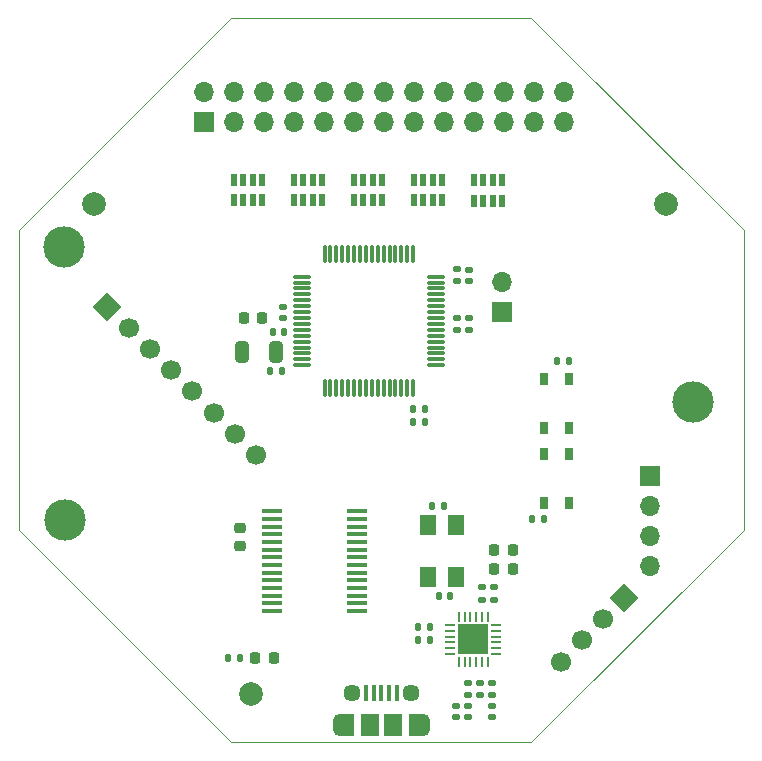
<source format=gbr>
%TF.GenerationSoftware,KiCad,Pcbnew,7.0.1*%
%TF.CreationDate,2023-03-27T16:49:48-04:00*%
%TF.ProjectId,cyton wired,6379746f-6e20-4776-9972-65642e6b6963,rev?*%
%TF.SameCoordinates,Original*%
%TF.FileFunction,Soldermask,Top*%
%TF.FilePolarity,Negative*%
%FSLAX46Y46*%
G04 Gerber Fmt 4.6, Leading zero omitted, Abs format (unit mm)*
G04 Created by KiCad (PCBNEW 7.0.1) date 2023-03-27 16:49:48*
%MOMM*%
%LPD*%
G01*
G04 APERTURE LIST*
G04 Aperture macros list*
%AMRoundRect*
0 Rectangle with rounded corners*
0 $1 Rounding radius*
0 $2 $3 $4 $5 $6 $7 $8 $9 X,Y pos of 4 corners*
0 Add a 4 corners polygon primitive as box body*
4,1,4,$2,$3,$4,$5,$6,$7,$8,$9,$2,$3,0*
0 Add four circle primitives for the rounded corners*
1,1,$1+$1,$2,$3*
1,1,$1+$1,$4,$5*
1,1,$1+$1,$6,$7*
1,1,$1+$1,$8,$9*
0 Add four rect primitives between the rounded corners*
20,1,$1+$1,$2,$3,$4,$5,0*
20,1,$1+$1,$4,$5,$6,$7,0*
20,1,$1+$1,$6,$7,$8,$9,0*
20,1,$1+$1,$8,$9,$2,$3,0*%
%AMHorizOval*
0 Thick line with rounded ends*
0 $1 width*
0 $2 $3 position (X,Y) of the first rounded end (center of the circle)*
0 $4 $5 position (X,Y) of the second rounded end (center of the circle)*
0 Add line between two ends*
20,1,$1,$2,$3,$4,$5,0*
0 Add two circle primitives to create the rounded ends*
1,1,$1,$2,$3*
1,1,$1,$4,$5*%
%AMRotRect*
0 Rectangle, with rotation*
0 The origin of the aperture is its center*
0 $1 length*
0 $2 width*
0 $3 Rotation angle, in degrees counterclockwise*
0 Add horizontal line*
21,1,$1,$2,0,0,$3*%
G04 Aperture macros list end*
%ADD10C,3.500000*%
%ADD11RoundRect,0.225000X0.225000X0.250000X-0.225000X0.250000X-0.225000X-0.250000X0.225000X-0.250000X0*%
%ADD12R,0.650000X1.050000*%
%ADD13RoundRect,0.218750X-0.218750X-0.256250X0.218750X-0.256250X0.218750X0.256250X-0.218750X0.256250X0*%
%ADD14RoundRect,0.037100X-0.227900X0.447900X-0.227900X-0.447900X0.227900X-0.447900X0.227900X0.447900X0*%
%ADD15RoundRect,0.037100X0.227900X-0.447900X0.227900X0.447900X-0.227900X0.447900X-0.227900X-0.447900X0*%
%ADD16RoundRect,0.147500X0.172500X-0.147500X0.172500X0.147500X-0.172500X0.147500X-0.172500X-0.147500X0*%
%ADD17RoundRect,0.135000X-0.135000X-0.185000X0.135000X-0.185000X0.135000X0.185000X-0.135000X0.185000X0*%
%ADD18RoundRect,0.140000X0.170000X-0.140000X0.170000X0.140000X-0.170000X0.140000X-0.170000X-0.140000X0*%
%ADD19RoundRect,0.140000X-0.170000X0.140000X-0.170000X-0.140000X0.170000X-0.140000X0.170000X0.140000X0*%
%ADD20C,2.000000*%
%ADD21RoundRect,0.135000X-0.185000X0.135000X-0.185000X-0.135000X0.185000X-0.135000X0.185000X0.135000X0*%
%ADD22R,1.400000X1.800000*%
%ADD23RoundRect,0.135000X0.185000X-0.135000X0.185000X0.135000X-0.185000X0.135000X-0.185000X-0.135000X0*%
%ADD24RoundRect,0.140000X-0.140000X-0.170000X0.140000X-0.170000X0.140000X0.170000X-0.140000X0.170000X0*%
%ADD25RotRect,1.700000X1.700000X315.000000*%
%ADD26HorizOval,1.700000X0.000000X0.000000X0.000000X0.000000X0*%
%ADD27RoundRect,0.225000X0.250000X-0.225000X0.250000X0.225000X-0.250000X0.225000X-0.250000X-0.225000X0*%
%ADD28RoundRect,0.062500X0.062500X-0.350000X0.062500X0.350000X-0.062500X0.350000X-0.062500X-0.350000X0*%
%ADD29RoundRect,0.062500X0.350000X-0.062500X0.350000X0.062500X-0.350000X0.062500X-0.350000X-0.062500X0*%
%ADD30R,2.600000X2.600000*%
%ADD31R,1.700000X1.700000*%
%ADD32O,1.700000X1.700000*%
%ADD33R,0.400000X1.350000*%
%ADD34O,1.200000X1.900000*%
%ADD35R,1.200000X1.900000*%
%ADD36C,1.450000*%
%ADD37R,1.500000X1.900000*%
%ADD38RoundRect,0.135000X0.135000X0.185000X-0.135000X0.185000X-0.135000X-0.185000X0.135000X-0.185000X0*%
%ADD39RoundRect,0.075000X-0.075000X0.662500X-0.075000X-0.662500X0.075000X-0.662500X0.075000X0.662500X0*%
%ADD40RoundRect,0.075000X-0.662500X0.075000X-0.662500X-0.075000X0.662500X-0.075000X0.662500X0.075000X0*%
%ADD41R,1.750000X0.450000*%
%ADD42RoundRect,0.147500X-0.172500X0.147500X-0.172500X-0.147500X0.172500X-0.147500X0.172500X0.147500X0*%
%ADD43RotRect,1.700000X1.700000X45.000000*%
%ADD44HorizOval,1.700000X0.000000X0.000000X0.000000X0.000000X0*%
%ADD45RoundRect,0.250000X-0.325000X-0.650000X0.325000X-0.650000X0.325000X0.650000X-0.325000X0.650000X0*%
%ADD46RoundRect,0.140000X0.140000X0.170000X-0.140000X0.170000X-0.140000X-0.170000X0.140000X-0.170000X0*%
%TA.AperFunction,Profile*%
%ADD47C,0.101600*%
%TD*%
G04 APERTURE END LIST*
D10*
%TO.C,REF\u002A\u002A*%
X166039800Y-108737400D03*
%TD*%
%TO.C,REF\u002A\u002A*%
X112877600Y-118719600D03*
%TD*%
%TO.C,REF\u002A\u002A*%
X112852200Y-95605600D03*
%TD*%
D11*
%TO.C,C13*%
X129603800Y-101625400D03*
X128053800Y-101625400D03*
%TD*%
D12*
%TO.C,SW1*%
X153466800Y-110921800D03*
X153466800Y-106771800D03*
X155616800Y-110921800D03*
X155616800Y-106771800D03*
%TD*%
D13*
%TO.C,D11*%
X149250200Y-122859800D03*
X150825200Y-122859800D03*
%TD*%
D14*
%TO.C,R2*%
X134683200Y-89916000D03*
X133883200Y-89916000D03*
X133083200Y-89916000D03*
X132283200Y-89916000D03*
D15*
X132283200Y-91666000D03*
X133083200Y-91666000D03*
X133883200Y-91666000D03*
X134683200Y-91666000D03*
%TD*%
D16*
%TO.C,D7*%
X149047200Y-133504800D03*
X149047200Y-132534800D03*
%TD*%
D17*
%TO.C,R14*%
X126665800Y-130429000D03*
X127685800Y-130429000D03*
%TD*%
D18*
%TO.C,C14*%
X131343400Y-101648200D03*
X131343400Y-100688200D03*
%TD*%
D19*
%TO.C,C15*%
X147143900Y-97528000D03*
X147143900Y-98488000D03*
%TD*%
D20*
%TO.C,REF\u002A\u002A*%
X163779200Y-91973400D03*
%TD*%
D21*
%TO.C,R6*%
X146102500Y-97496000D03*
X146102500Y-98516000D03*
%TD*%
D22*
%TO.C,Y1*%
X146030800Y-123586600D03*
X146030800Y-119186600D03*
X143630800Y-119186600D03*
X143630800Y-123586600D03*
%TD*%
D23*
%TO.C,R8*%
X148031200Y-133506400D03*
X148031200Y-132486400D03*
%TD*%
D14*
%TO.C,R1*%
X129603200Y-89916000D03*
X128803200Y-89916000D03*
X128003200Y-89916000D03*
X127203200Y-89916000D03*
D15*
X127203200Y-91666000D03*
X128003200Y-91666000D03*
X128803200Y-91666000D03*
X129603200Y-91666000D03*
%TD*%
D24*
%TO.C,C11*%
X130281800Y-106146600D03*
X131241800Y-106146600D03*
%TD*%
D14*
%TO.C,R5*%
X149923200Y-89941400D03*
X149123200Y-89941400D03*
X148323200Y-89941400D03*
X147523200Y-89941400D03*
D15*
X147523200Y-91691400D03*
X148323200Y-91691400D03*
X149123200Y-91691400D03*
X149923200Y-91691400D03*
%TD*%
D25*
%TO.C,J3*%
X160248600Y-125323600D03*
D26*
X158452549Y-127119651D03*
X156656498Y-128915702D03*
X154860446Y-130711754D03*
%TD*%
D20*
%TO.C,REF\u002A\u002A*%
X128676400Y-133451600D03*
%TD*%
D24*
%TO.C,C19*%
X142392400Y-110388400D03*
X143352400Y-110388400D03*
%TD*%
D27*
%TO.C,C41*%
X127736600Y-120942400D03*
X127736600Y-119392400D03*
%TD*%
D28*
%TO.C,U2*%
X146232800Y-130776700D03*
X146732800Y-130776700D03*
X147232800Y-130776700D03*
X147732800Y-130776700D03*
X148232800Y-130776700D03*
X148732800Y-130776700D03*
D29*
X149420300Y-130089200D03*
X149420300Y-129589200D03*
X149420300Y-129089200D03*
X149420300Y-128589200D03*
X149420300Y-128089200D03*
X149420300Y-127589200D03*
D28*
X148732800Y-126901700D03*
X148232800Y-126901700D03*
X147732800Y-126901700D03*
X147232800Y-126901700D03*
X146732800Y-126901700D03*
X146232800Y-126901700D03*
D29*
X145545300Y-127589200D03*
X145545300Y-128089200D03*
X145545300Y-128589200D03*
X145545300Y-129089200D03*
X145545300Y-129589200D03*
X145545300Y-130089200D03*
D30*
X147482800Y-128839200D03*
%TD*%
D31*
%TO.C,J1*%
X124663200Y-84988400D03*
D32*
X124663200Y-82448400D03*
X127203200Y-84988400D03*
X127203200Y-82448400D03*
X129743200Y-84988400D03*
X129743200Y-82448400D03*
X132283200Y-84988400D03*
X132283200Y-82448400D03*
X134823200Y-84988400D03*
X134823200Y-82448400D03*
X137363200Y-84988400D03*
X137363200Y-82448400D03*
X139903200Y-84988400D03*
X139903200Y-82448400D03*
X142443200Y-84988400D03*
X142443200Y-82448400D03*
X144983200Y-84988400D03*
X144983200Y-82448400D03*
X147523200Y-84988400D03*
X147523200Y-82448400D03*
X150063200Y-84988400D03*
X150063200Y-82448400D03*
X152603200Y-84988400D03*
X152603200Y-82448400D03*
X155143200Y-84988400D03*
X155143200Y-82448400D03*
%TD*%
D19*
%TO.C,C17*%
X149047200Y-134442200D03*
X149047200Y-135402200D03*
%TD*%
D31*
%TO.C,J5*%
X162433000Y-114960400D03*
D32*
X162433000Y-117500400D03*
X162433000Y-120040400D03*
X162433000Y-122580400D03*
%TD*%
D33*
%TO.C,CONN1*%
X138400000Y-133380300D03*
X139050000Y-133380300D03*
X139700000Y-133380300D03*
X140350000Y-133380300D03*
X141000000Y-133380300D03*
D34*
X136200000Y-136080300D03*
D35*
X136800000Y-136080300D03*
D36*
X137200000Y-133380300D03*
D37*
X138700000Y-136080300D03*
X140700000Y-136080300D03*
D36*
X142200000Y-133380300D03*
D35*
X142600000Y-136080300D03*
D34*
X143200000Y-136080300D03*
%TD*%
D38*
%TO.C,R15*%
X155602400Y-105283000D03*
X154582400Y-105283000D03*
%TD*%
D19*
%TO.C,C10*%
X146075400Y-101650800D03*
X146075400Y-102610800D03*
%TD*%
D24*
%TO.C,C39*%
X144551400Y-125196600D03*
X145511400Y-125196600D03*
%TD*%
D21*
%TO.C,R12*%
X149250400Y-124434600D03*
X149250400Y-125454600D03*
%TD*%
D39*
%TO.C,U1*%
X142384900Y-96206300D03*
X141884900Y-96206300D03*
X141384900Y-96206300D03*
X140884900Y-96206300D03*
X140384900Y-96206300D03*
X139884900Y-96206300D03*
X139384900Y-96206300D03*
X138884900Y-96206300D03*
X138384900Y-96206300D03*
X137884900Y-96206300D03*
X137384900Y-96206300D03*
X136884900Y-96206300D03*
X136384900Y-96206300D03*
X135884900Y-96206300D03*
X135384900Y-96206300D03*
X134884900Y-96206300D03*
D40*
X132972400Y-98118800D03*
X132972400Y-98618800D03*
X132972400Y-99118800D03*
X132972400Y-99618800D03*
X132972400Y-100118800D03*
X132972400Y-100618800D03*
X132972400Y-101118800D03*
X132972400Y-101618800D03*
X132972400Y-102118800D03*
X132972400Y-102618800D03*
X132972400Y-103118800D03*
X132972400Y-103618800D03*
X132972400Y-104118800D03*
X132972400Y-104618800D03*
X132972400Y-105118800D03*
X132972400Y-105618800D03*
D39*
X134884900Y-107531300D03*
X135384900Y-107531300D03*
X135884900Y-107531300D03*
X136384900Y-107531300D03*
X136884900Y-107531300D03*
X137384900Y-107531300D03*
X137884900Y-107531300D03*
X138384900Y-107531300D03*
X138884900Y-107531300D03*
X139384900Y-107531300D03*
X139884900Y-107531300D03*
X140384900Y-107531300D03*
X140884900Y-107531300D03*
X141384900Y-107531300D03*
X141884900Y-107531300D03*
X142384900Y-107531300D03*
D40*
X144297400Y-105618800D03*
X144297400Y-105118800D03*
X144297400Y-104618800D03*
X144297400Y-104118800D03*
X144297400Y-103618800D03*
X144297400Y-103118800D03*
X144297400Y-102618800D03*
X144297400Y-102118800D03*
X144297400Y-101618800D03*
X144297400Y-101118800D03*
X144297400Y-100618800D03*
X144297400Y-100118800D03*
X144297400Y-99618800D03*
X144297400Y-99118800D03*
X144297400Y-98618800D03*
X144297400Y-98118800D03*
%TD*%
D13*
%TO.C,D10*%
X149250200Y-121259600D03*
X150825200Y-121259600D03*
%TD*%
D23*
%TO.C,R7*%
X147015200Y-133506400D03*
X147015200Y-132486400D03*
%TD*%
D41*
%TO.C,U7*%
X137610400Y-126424400D03*
X137610400Y-125774400D03*
X137610400Y-125124400D03*
X137610400Y-124474400D03*
X137610400Y-123824400D03*
X137610400Y-123174400D03*
X137610400Y-122524400D03*
X137610400Y-121874400D03*
X137610400Y-121224400D03*
X137610400Y-120574400D03*
X137610400Y-119924400D03*
X137610400Y-119274400D03*
X137610400Y-118624400D03*
X137610400Y-117974400D03*
X130410400Y-117974400D03*
X130410400Y-118624400D03*
X130410400Y-119274400D03*
X130410400Y-119924400D03*
X130410400Y-120574400D03*
X130410400Y-121224400D03*
X130410400Y-121874400D03*
X130410400Y-122524400D03*
X130410400Y-123174400D03*
X130410400Y-123824400D03*
X130410400Y-124474400D03*
X130410400Y-125124400D03*
X130410400Y-125774400D03*
X130410400Y-126424400D03*
%TD*%
D38*
%TO.C,R10*%
X143774400Y-127772400D03*
X142754400Y-127772400D03*
%TD*%
D19*
%TO.C,C18*%
X145999200Y-134467600D03*
X145999200Y-135427600D03*
%TD*%
%TO.C,C8*%
X147142200Y-101650800D03*
X147142200Y-102610800D03*
%TD*%
D31*
%TO.C,J4*%
X149910800Y-101142800D03*
D32*
X149910800Y-98602800D03*
%TD*%
D21*
%TO.C,R11*%
X148234400Y-124434600D03*
X148234400Y-125454600D03*
%TD*%
D42*
%TO.C,D8*%
X147015200Y-134467600D03*
X147015200Y-135437600D03*
%TD*%
D14*
%TO.C,R4*%
X144830600Y-89916000D03*
X144030600Y-89916000D03*
X143230600Y-89916000D03*
X142430600Y-89916000D03*
D15*
X142430600Y-91666000D03*
X143230600Y-91666000D03*
X144030600Y-91666000D03*
X144830600Y-91666000D03*
%TD*%
D17*
%TO.C,R16*%
X152450800Y-118643400D03*
X153470800Y-118643400D03*
%TD*%
D24*
%TO.C,C6*%
X130485000Y-102844600D03*
X131445000Y-102844600D03*
%TD*%
D14*
%TO.C,R3*%
X139763200Y-89916000D03*
X138963200Y-89916000D03*
X138163200Y-89916000D03*
X137363200Y-89916000D03*
D15*
X137363200Y-91666000D03*
X138163200Y-91666000D03*
X138963200Y-91666000D03*
X139763200Y-91666000D03*
%TD*%
D24*
%TO.C,C21*%
X142392400Y-109347000D03*
X143352400Y-109347000D03*
%TD*%
D12*
%TO.C,SW2*%
X155616800Y-113121800D03*
X155616800Y-117271800D03*
X153466800Y-113121800D03*
X153466800Y-117271800D03*
%TD*%
D43*
%TO.C,J2*%
X116500000Y-100650000D03*
D44*
X118296051Y-102446051D03*
X120092102Y-104242102D03*
X121888154Y-106038154D03*
X123684205Y-107834205D03*
X125480256Y-109630256D03*
X127276307Y-111426307D03*
X129072359Y-113222359D03*
%TD*%
D38*
%TO.C,R9*%
X143799800Y-128864600D03*
X142779800Y-128864600D03*
%TD*%
D13*
%TO.C,D13*%
X129031800Y-130429000D03*
X130606800Y-130429000D03*
%TD*%
D45*
%TO.C,C12*%
X127861800Y-104470200D03*
X130811800Y-104470200D03*
%TD*%
D20*
%TO.C,REF\u002A\u002A*%
X115392200Y-91973400D03*
%TD*%
D46*
%TO.C,C40*%
X144955200Y-117576600D03*
X143995200Y-117576600D03*
%TD*%
D47*
X170357800Y-94183200D02*
X170357800Y-119557800D01*
X152374600Y-137541000D01*
X126949200Y-137541000D01*
X108991400Y-119583200D01*
X108991400Y-94208600D01*
X126974600Y-76225400D01*
X152400000Y-76225400D01*
X170357800Y-94183200D01*
M02*

</source>
